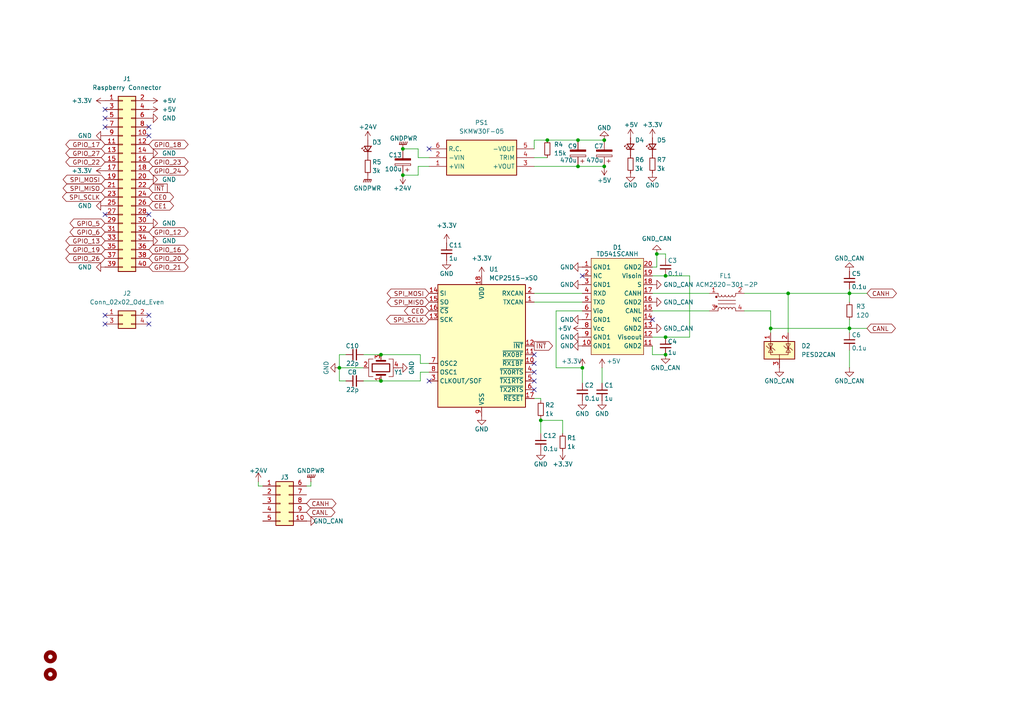
<source format=kicad_sch>
(kicad_sch (version 20231120) (generator "eeschema") (generator_version "8.0")
  (paper "A4")
  (lib_symbols
    (symbol "Connector_Generic:Conn_02x02_Odd_Even" (pin_names (offset 1.016) hide)
      (property "Reference" "J" (at 1.27 2.54 0))
      (property "Value" "Conn_02x02_Odd_Even" (at 1.27 -5.08 0))
      (symbol "Conn_02x02_Odd_Even_1_1"
        (pin passive line (at -5.08 0 0) (length 3.81) (name "Pin_1") (number "1"))
        (pin passive line (at 7.62 0 180) (length 3.81) (name "Pin_2") (number "2"))
        (pin passive line (at -5.08 -2.54 0) (length 3.81) (name "Pin_3") (number "3"))
        (pin passive line (at 7.62 -2.54 180) (length 3.81) (name "Pin_4") (number "4"))
      )
    )
    (symbol "Connector_Generic:Conn_02x05_Top_Bottom" (pin_names (offset 1.016) hide)
      (property "Reference" "J" (at 1.27 7.62 0))
      (property "Value" "Conn_02x05_Top_Bottom" (at 1.27 -7.62 0))
      (symbol "Conn_02x05_Top_Bottom_1_1"
        (pin passive line (at -5.08 5.08 0) (length 3.81) (name "Pin_1") (number "1"))
        (pin passive line (at 7.62 -5.08 180) (length 3.81) (name "Pin_10") (number "10"))
        (pin passive line (at -5.08 2.54 0) (length 3.81) (name "Pin_2") (number "2"))
        (pin passive line (at -5.08 0 0) (length 3.81) (name "Pin_3") (number "3"))
        (pin passive line (at -5.08 -2.54 0) (length 3.81) (name "Pin_4") (number "4"))
        (pin passive line (at -5.08 -5.08 0) (length 3.81) (name "Pin_5") (number "5"))
        (pin passive line (at 7.62 5.08 180) (length 3.81) (name "Pin_6") (number "6"))
        (pin passive line (at 7.62 2.54 180) (length 3.81) (name "Pin_7") (number "7"))
        (pin passive line (at 7.62 0 180) (length 3.81) (name "Pin_8") (number "8"))
        (pin passive line (at 7.62 -2.54 180) (length 3.81) (name "Pin_9") (number "9"))
      )
    )
    (symbol "Connector_Generic:Conn_02x20_Odd_Even" (pin_names (offset 1.016) hide)
      (property "Reference" "J" (at 1.27 25.4 0))
      (property "Value" "Conn_02x20_Odd_Even" (at 1.27 -27.94 0))
      (symbol "Conn_02x20_Odd_Even_1_1"
        (pin passive line (at -5.08 22.86 0) (length 3.81) (name "Pin_1") (number "1"))
        (pin passive line (at 7.62 12.7 180) (length 3.81) (name "Pin_10") (number "10"))
        (pin passive line (at -5.08 10.16 0) (length 3.81) (name "Pin_11") (number "11"))
        (pin passive line (at 7.62 10.16 180) (length 3.81) (name "Pin_12") (number "12"))
        (pin passive line (at -5.08 7.62 0) (length 3.81) (name "Pin_13") (number "13"))
        (pin passive line (at 7.62 7.62 180) (length 3.81) (name "Pin_14") (number "14"))
        (pin passive line (at -5.08 5.08 0) (length 3.81) (name "Pin_15") (number "15"))
        (pin passive line (at 7.62 5.08 180) (length 3.81) (name "Pin_16") (number "16"))
        (pin passive line (at -5.08 2.54 0) (length 3.81) (name "Pin_17") (number "17"))
        (pin passive line (at 7.62 2.54 180) (length 3.81) (name "Pin_18") (number "18"))
        (pin passive line (at -5.08 0 0) (length 3.81) (name "Pin_19") (number "19"))
        (pin passive line (at 7.62 22.86 180) (length 3.81) (name "Pin_2") (number "2"))
        (pin passive line (at 7.62 0 180) (length 3.81) (name "Pin_20") (number "20"))
        (pin passive line (at -5.08 -2.54 0) (length 3.81) (name "Pin_21") (number "21"))
        (pin passive line (at 7.62 -2.54 180) (length 3.81) (name "Pin_22") (number "22"))
        (pin passive line (at -5.08 -5.08 0) (length 3.81) (name "Pin_23") (number "23"))
        (pin passive line (at 7.62 -5.08 180) (length 3.81) (name "Pin_24") (number "24"))
        (pin passive line (at -5.08 -7.62 0) (length 3.81) (name "Pin_25") (number "25"))
        (pin passive line (at 7.62 -7.62 180) (length 3.81) (name "Pin_26") (number "26"))
        (pin passive line (at -5.08 -10.16 0) (length 3.81) (name "Pin_27") (number "27"))
        (pin passive line (at 7.62 -10.16 180) (length 3.81) (name "Pin_28") (number "28"))
        (pin passive line (at -5.08 -12.7 0) (length 3.81) (name "Pin_29") (number "29"))
        (pin passive line (at -5.08 20.32 0) (length 3.81) (name "Pin_3") (number "3"))
        (pin passive line (at 7.62 -12.7 180) (length 3.81) (name "Pin_30") (number "30"))
        (pin passive line (at -5.08 -15.24 0) (length 3.81) (name "Pin_31") (number "31"))
        (pin passive line (at 7.62 -15.24 180) (length 3.81) (name "Pin_32") (number "32"))
        (pin passive line (at -5.08 -17.78 0) (length 3.81) (name "Pin_33") (number "33"))
        (pin passive line (at 7.62 -17.78 180) (length 3.81) (name "Pin_34") (number "34"))
        (pin passive line (at -5.08 -20.32 0) (length 3.81) (name "Pin_35") (number "35"))
        (pin passive line (at 7.62 -20.32 180) (length 3.81) (name "Pin_36") (number "36"))
        (pin passive line (at -5.08 -22.86 0) (length 3.81) (name "Pin_37") (number "37"))
        (pin passive line (at 7.62 -22.86 180) (length 3.81) (name "Pin_38") (number "38"))
        (pin passive line (at -5.08 -25.4 0) (length 3.81) (name "Pin_39") (number "39"))
        (pin passive line (at 7.62 20.32 180) (length 3.81) (name "Pin_4") (number "4"))
        (pin passive line (at 7.62 -25.4 180) (length 3.81) (name "Pin_40") (number "40"))
        (pin passive line (at -5.08 17.78 0) (length 3.81) (name "Pin_5") (number "5"))
        (pin passive line (at 7.62 17.78 180) (length 3.81) (name "Pin_6") (number "6"))
        (pin passive line (at -5.08 15.24 0) (length 3.81) (name "Pin_7") (number "7"))
        (pin passive line (at 7.62 15.24 180) (length 3.81) (name "Pin_8") (number "8"))
        (pin passive line (at -5.08 12.7 0) (length 3.81) (name "Pin_9") (number "9"))
      )
    )
    (symbol "DCDC_My:SKMW30F-05"
      (property "Reference" "PS" (at -0.762 4.572 0))
      (property "Value" "SKMW30F-05" (at -4.572 2.286 0))
      (symbol "SKMW30F-05_1_1"
        (pin passive line (at -15.24 -7.62 0) (length 5.08) (name "+VIN") (number "1"))
        (pin passive line (at -15.24 -5.08 0) (length 5.08) (name "-VIN") (number "2"))
        (pin passive line (at 15.24 -7.62 180) (length 5.08) (name "+VOUT") (number "3"))
        (pin passive line (at 15.24 -5.08 180) (length 5.08) (name "TRIM") (number "4"))
        (pin passive line (at 15.24 -2.54 180) (length 5.08) (name "-VOUT") (number "5"))
        (pin passive line (at -15.24 -2.54 0) (length 5.08) (name "R.C.") (number "6"))
      )
    )
    (symbol "Device:C_Polarized" (pin_numbers hide) (pin_names (offset 0.254))
      (property "Reference" "C" (at 0.635 2.54 0))
      (property "Value" "C_Polarized" (at 0.635 -2.54 0))
      (symbol "C_Polarized_1_1"
        (pin passive line (at 0 3.81 270) (length 2.794) (name "~") (number "1"))
        (pin passive line (at 0 -3.81 90) (length 2.794) (name "~") (number "2"))
      )
    )
    (symbol "Device:C_Small" (pin_numbers hide) (pin_names (offset 0.254) hide)
      (property "Reference" "C" (at 0.254 1.778 0))
      (property "Value" "C_Small" (at 0.254 -2.032 0))
      (symbol "C_Small_1_1"
        (pin passive line (at 0 2.54 270) (length 2.032) (name "~") (number "1"))
        (pin passive line (at 0 -2.54 90) (length 2.032) (name "~") (number "2"))
      )
    )
    (symbol "Device:Crystal_GND24" (pin_names (offset 1.016) hide)
      (property "Reference" "Y" (at 3.175 5.08 0))
      (property "Value" "Crystal_GND24" (at 3.175 3.175 0))
      (symbol "Crystal_GND24_1_1"
        (pin passive line (at -3.81 0 0) (length 1.27) (name "1") (number "1"))
        (pin passive line (at 0 5.08 270) (length 1.27) (name "2") (number "2"))
        (pin passive line (at 3.81 0 180) (length 1.27) (name "3") (number "3"))
        (pin passive line (at 0 -5.08 90) (length 1.27) (name "4") (number "4"))
      )
    )
    (symbol "Device:Filter_EMI_CommonMode" (pin_names (offset 0.254) hide)
      (property "Reference" "FL" (at 0 4.445 0))
      (property "Value" "Filter_EMI_CommonMode" (at 0 -4.445 0))
      (symbol "Filter_EMI_CommonMode_1_1"
        (pin passive line (at -5.08 2.54 0) (length 2.54) (name "1") (number "1"))
        (pin passive line (at 5.08 2.54 180) (length 2.54) (name "2") (number "2"))
        (pin passive line (at -5.08 -2.54 0) (length 2.54) (name "3") (number "3"))
        (pin passive line (at 5.08 -2.54 180) (length 2.54) (name "4") (number "4"))
      )
    )
    (symbol "Device:LED_Small" (pin_numbers hide) (pin_names (offset 0.254) hide)
      (property "Reference" "D" (at -1.27 3.175 0))
      (property "Value" "LED_Small" (at -4.445 -2.54 0))
      (symbol "LED_Small_1_1"
        (pin passive line (at -2.54 0 0) (length 1.778) (name "K") (number "1"))
        (pin passive line (at 2.54 0 180) (length 1.778) (name "A") (number "2"))
      )
    )
    (symbol "Device:R_Small" (pin_numbers hide) (pin_names (offset 0.254) hide)
      (property "Reference" "R" (at 0.762 0.508 0))
      (property "Value" "R_Small" (at 0.762 -1.016 0))
      (symbol "R_Small_1_1"
        (pin passive line (at 0 2.54 270) (length 0.762) (name "~") (number "1"))
        (pin passive line (at 0 -2.54 90) (length 0.762) (name "~") (number "2"))
      )
    )
    (symbol "Interface_CAN_LIN:MCP2515-xSO"
      (property "Reference" "U" (at -10.16 19.685 0))
      (property "Value" "MCP2515-xSO" (at 19.05 20.32 0))
      (symbol "MCP2515-xSO_1_1"
        (pin output line (at 15.24 12.7 180) (length 2.54) (name "TXCAN") (number "1"))
        (pin output line (at 15.24 -5.08 180) (length 2.54) (name "~{RX1BF}") (number "10"))
        (pin output line (at 15.24 -2.54 180) (length 2.54) (name "~{RX0BF}") (number "11"))
        (pin output line (at 15.24 0 180) (length 2.54) (name "~{INT}") (number "12"))
        (pin input line (at -15.24 7.62 0) (length 2.54) (name "SCK") (number "13"))
        (pin input line (at -15.24 15.24 0) (length 2.54) (name "SI") (number "14"))
        (pin output line (at -15.24 12.7 0) (length 2.54) (name "SO") (number "15"))
        (pin input line (at -15.24 10.16 0) (length 2.54) (name "~{CS}") (number "16"))
        (pin input line (at 15.24 -15.24 180) (length 2.54) (name "~{RESET}") (number "17"))
        (pin power_in line (at 0 20.32 270) (length 2.54) (name "VDD") (number "18"))
        (pin input line (at 15.24 15.24 180) (length 2.54) (name "RXCAN") (number "2"))
        (pin output line (at -15.24 -10.16 0) (length 2.54) (name "CLKOUT/SOF") (number "3"))
        (pin input line (at 15.24 -7.62 180) (length 2.54) (name "~{TX0RTS}") (number "4"))
        (pin input line (at 15.24 -10.16 180) (length 2.54) (name "~{TX1RTS}") (number "5"))
        (pin input line (at 15.24 -12.7 180) (length 2.54) (name "~{TX2RTS}") (number "6"))
        (pin output line (at -15.24 -5.08 0) (length 2.54) (name "OSC2") (number "7"))
        (pin input line (at -15.24 -7.62 0) (length 2.54) (name "OSC1") (number "8"))
        (pin power_in line (at 0 -20.32 90) (length 2.54) (name "VSS") (number "9"))
      )
    )
    (symbol "Mechanical:MountingHole" (pin_names (offset 1.016)) (exclude_from_sim yes) (in_bom no)
      (property "Reference" "H" (at 0 5.08 0))
      (property "Value" "MountingHole" (at 0 3.175 0))
    )
    (symbol "Mornsun_My:TD541SCANH"
      (property "Reference" "D" (at 0 3.302 0))
      (symbol "TD541SCANH_1_1"
        (pin input line (at -10.16 -2.54 0) (length 2.54) (name "GND1") (number "1"))
        (pin input line (at -10.16 -25.4 0) (length 2.54) (name "GND1") (number "10"))
        (pin input line (at 10.16 -25.4 180) (length 2.54) (name "GND2") (number "11"))
        (pin input line (at 10.16 -22.86 180) (length 2.54) (name "Visoout") (number "12"))
        (pin input line (at 10.16 -20.32 180) (length 2.54) (name "GND2") (number "13"))
        (pin input line (at 10.16 -17.78 180) (length 2.54) (name "NC") (number "14"))
        (pin input line (at 10.16 -15.24 180) (length 2.54) (name "CANL") (number "15"))
        (pin input line (at 10.16 -12.7 180) (length 2.54) (name "GND2") (number "16"))
        (pin input line (at 10.16 -10.16 180) (length 2.54) (name "CANH") (number "17"))
        (pin input line (at 10.16 -7.62 180) (length 2.54) (name "S") (number "18"))
        (pin input line (at 10.16 -5.08 180) (length 2.54) (name "Visoin") (number "19"))
        (pin input line (at -10.16 -5.08 0) (length 2.54) (name "NC") (number "2"))
        (pin input line (at 10.16 -2.54 180) (length 2.54) (name "GND2") (number "20"))
        (pin input line (at -10.16 -7.62 0) (length 2.54) (name "GND1") (number "3"))
        (pin input line (at -10.16 -10.16 0) (length 2.54) (name "RXD") (number "4"))
        (pin input line (at -10.16 -12.7 0) (length 2.54) (name "TXD") (number "5"))
        (pin input line (at -10.16 -15.24 0) (length 2.54) (name "Vio") (number "6"))
        (pin input line (at -10.16 -17.78 0) (length 2.54) (name "GND1") (number "7"))
        (pin input line (at -10.16 -20.32 0) (length 2.54) (name "Vcc") (number "8"))
        (pin input line (at -10.16 -22.86 0) (length 2.54) (name "GND1") (number "9"))
      )
    )
    (symbol "Power_My:GND_CAN" (power) (pin_numbers hide) (pin_names (offset 0) hide)
      (property "Value" "GND_CAN" (at 0 -3.556 0))
      (symbol "GND_CAN_1_1"
        (pin power_in line (at 0 0 270) (length 0) (name "~") (number "1"))
      )
    )
    (symbol "Power_Protection:NUP2105L" (pin_names hide)
      (property "Reference" "D" (at 5.715 2.54 0))
      (property "Value" "NUP2105L" (at 5.715 0.635 0))
      (symbol "NUP2105L_0_0"
        (pin passive line (at 0 -5.08 90) (length 2.54) (name "A") (number "3"))
      )
      (symbol "NUP2105L_1_1"
        (pin passive line (at -2.54 5.08 270) (length 2.54) (name "K") (number "1"))
        (pin passive line (at 2.54 5.08 270) (length 2.54) (name "K") (number "2"))
      )
    )
    (symbol "power:+24V" (power) (pin_numbers hide) (pin_names (offset 0) hide)
      (property "Value" "+24V" (at 0 3.556 0))
      (symbol "+24V_1_1"
        (pin power_in line (at 0 0 90) (length 0) (name "~") (number "1"))
      )
    )
    (symbol "power:+3.3V" (power) (pin_numbers hide) (pin_names (offset 0) hide)
      (property "Value" "+3.3V" (at 0 3.556 0))
      (symbol "+3.3V_1_1"
        (pin power_in line (at 0 0 90) (length 0) (name "~") (number "1"))
      )
    )
    (symbol "power:+5V" (power) (pin_numbers hide) (pin_names (offset 0) hide)
      (property "Value" "+5V" (at 0 3.556 0))
      (symbol "+5V_1_1"
        (pin power_in line (at 0 0 90) (length 0) (name "~") (number "1"))
      )
    )
    (symbol "power:GND" (power) (pin_numbers hide) (pin_names (offset 0) hide)
      (property "Value" "GND" (at 0 -3.81 0))
      (symbol "GND_1_1"
        (pin power_in line (at 0 0 270) (length 0) (name "~") (number "1"))
      )
    )
    (symbol "power:GNDPWR" (power) (pin_numbers hide) (pin_names (offset 0) hide)
      (property "Value" "GNDPWR" (at 0 -3.302 0))
      (symbol "GNDPWR_1_1"
        (pin power_in line (at 0 0 270) (length 0) (name "~") (number "1"))
      )
    )
  )
  (junction (at 190.5 73.66))
  (junction (at 156.845 121.92))
  (junction (at 223.52 95.25))
  (junction (at 246.38 95.25))
  (junction (at 193.04 80.01))
  (junction (at 167.64 48.26))
  (junction (at 193.04 102.87))
  (junction (at 110.49 102.87))
  (junction (at 167.64 40.64))
  (junction (at 116.84 50.8))
  (junction (at 168.91 106.68))
  (junction (at 246.38 85.09))
  (junction (at 228.6 85.09))
  (junction (at 116.84 43.18))
  (junction (at 158.75 40.64))
  (junction (at 110.49 110.49))
  (junction (at 175.26 48.26))
  (junction (at 98.425 106.68))
  (junction (at 175.26 40.64))
  (junction (at 193.04 97.79))
  (no_connect (at 30.48 93.98))
  (no_connect (at 168.91 80.01))
  (no_connect (at 30.48 36.83))
  (no_connect (at 43.18 36.83))
  (no_connect (at 154.94 113.03))
  (no_connect (at 30.48 34.29))
  (no_connect (at 189.23 92.71))
  (no_connect (at 124.46 43.18))
  (no_connect (at 154.94 110.49))
  (no_connect (at 43.18 62.23))
  (no_connect (at 154.94 107.95))
  (no_connect (at 154.94 102.87))
  (no_connect (at 30.48 91.44))
  (no_connect (at 43.18 91.44))
  (no_connect (at 154.94 105.41))
  (no_connect (at 43.18 93.98))
  (no_connect (at 124.46 110.49))
  (no_connect (at 30.48 31.75))
  (no_connect (at 43.18 39.37))
  (no_connect (at 30.48 62.23))
  (wire (pts (xy 154.94 87.63) (xy 168.91 87.63)))
  (wire (pts (xy 121.92 105.41) (xy 124.46 105.41)))
  (wire (pts (xy 189.23 80.01) (xy 193.04 80.01)))
  (wire (pts (xy 215.9 85.09) (xy 228.6 85.09)))
  (wire (pts (xy 193.04 80.01) (xy 200.025 80.01)))
  (wire (pts (xy 121.285 50.8) (xy 121.285 48.26)))
  (wire (pts (xy 174.625 106.68) (xy 174.625 111.125)))
  (wire (pts (xy 105.41 102.87) (xy 110.49 102.87)))
  (wire (pts (xy 98.425 110.49) (xy 100.33 110.49)))
  (wire (pts (xy 190.5 73.66) (xy 193.04 73.66)))
  (wire (pts (xy 121.285 48.26) (xy 124.46 48.26)))
  (wire (pts (xy 167.64 48.26) (xy 175.26 48.26)))
  (wire (pts (xy 154.94 45.72) (xy 158.75 45.72)))
  (wire (pts (xy 163.195 121.92) (xy 163.195 125.73)))
  (wire (pts (xy 189.23 85.09) (xy 205.74 85.09)))
  (wire (pts (xy 116.84 50.8) (xy 121.285 50.8)))
  (wire (pts (xy 121.92 102.87) (xy 121.92 105.41)))
  (wire (pts (xy 246.38 96.52) (xy 246.38 95.25)))
  (wire (pts (xy 156.845 115.57) (xy 156.845 116.205)))
  (wire (pts (xy 100.33 102.87) (xy 98.425 102.87)))
  (wire (pts (xy 190.5 77.47) (xy 190.5 73.66)))
  (wire (pts (xy 74.93 139.7) (xy 74.93 140.97)))
  (wire (pts (xy 158.75 40.64) (xy 167.64 40.64)))
  (wire (pts (xy 193.04 97.79) (xy 200.025 97.79)))
  (wire (pts (xy 74.93 140.97) (xy 76.2 140.97)))
  (wire (pts (xy 121.92 107.95) (xy 121.92 110.49)))
  (wire (pts (xy 110.49 102.87) (xy 121.92 102.87)))
  (wire (pts (xy 154.94 48.26) (xy 167.64 48.26)))
  (wire (pts (xy 228.6 85.09) (xy 246.38 85.09)))
  (wire (pts (xy 251.46 85.09) (xy 246.38 85.09)))
  (wire (pts (xy 90.17 139.7) (xy 90.17 140.97)))
  (wire (pts (xy 193.04 97.79) (xy 189.23 97.79)))
  (wire (pts (xy 90.17 140.97) (xy 88.9 140.97)))
  (wire (pts (xy 223.52 90.17) (xy 223.52 95.25)))
  (wire (pts (xy 246.38 83.82) (xy 246.38 85.09)))
  (wire (pts (xy 161.29 106.68) (xy 168.91 106.68)))
  (wire (pts (xy 156.845 121.92) (xy 163.195 121.92)))
  (wire (pts (xy 215.9 90.17) (xy 223.52 90.17)))
  (wire (pts (xy 228.6 85.09) (xy 228.6 96.52)))
  (wire (pts (xy 251.46 95.25) (xy 246.38 95.25)))
  (wire (pts (xy 189.23 100.33) (xy 189.23 102.87)))
  (wire (pts (xy 98.425 106.68) (xy 105.41 106.68)))
  (wire (pts (xy 105.41 110.49) (xy 110.49 110.49)))
  (wire (pts (xy 168.91 90.17) (xy 161.29 90.17)))
  (wire (pts (xy 223.52 95.25) (xy 246.38 95.25)))
  (wire (pts (xy 154.94 115.57) (xy 156.845 115.57)))
  (wire (pts (xy 189.23 90.17) (xy 205.74 90.17)))
  (wire (pts (xy 98.425 102.87) (xy 98.425 106.68)))
  (wire (pts (xy 193.04 73.66) (xy 193.04 74.93)))
  (wire (pts (xy 121.285 43.18) (xy 121.285 45.72)))
  (wire (pts (xy 246.38 95.25) (xy 246.38 92.71)))
  (wire (pts (xy 154.94 43.18) (xy 154.94 40.64)))
  (wire (pts (xy 154.94 85.09) (xy 168.91 85.09)))
  (wire (pts (xy 200.025 80.01) (xy 200.025 97.79)))
  (wire (pts (xy 168.91 106.68) (xy 168.91 111.125)))
  (wire (pts (xy 161.29 90.17) (xy 161.29 106.68)))
  (wire (pts (xy 154.94 40.64) (xy 158.75 40.64)))
  (wire (pts (xy 116.84 43.18) (xy 121.285 43.18)))
  (wire (pts (xy 98.425 106.68) (xy 98.425 110.49)))
  (wire (pts (xy 156.845 121.285) (xy 156.845 121.92)))
  (wire (pts (xy 189.23 77.47) (xy 190.5 77.47)))
  (wire (pts (xy 156.845 121.92) (xy 156.845 125.73)))
  (wire (pts (xy 189.23 102.87) (xy 193.04 102.87)))
  (wire (pts (xy 121.285 45.72) (xy 124.46 45.72)))
  (wire (pts (xy 121.92 110.49) (xy 110.49 110.49)))
  (wire (pts (xy 246.38 85.09) (xy 246.38 87.63)))
  (wire (pts (xy 121.92 107.95) (xy 124.46 107.95)))
  (wire (pts (xy 223.52 95.25) (xy 223.52 96.52)))
  (wire (pts (xy 246.38 106.68) (xy 246.38 101.6)))
  (wire (pts (xy 167.64 40.64) (xy 175.26 40.64)))
  (global_label "SPI_MISO" (shape bidirectional) (at 30.48 54.61 180) (property "Intersheetrefs" "${INTERSHEET_REFS}" (effects (hide yes))))
  (global_label "~{INT}" (shape input) (at 43.18 54.61 0) (property "Intersheetrefs" "${INTERSHEET_REFS}" (effects (hide yes))))
  (global_label "GPIO_22" (shape bidirectional) (at 30.48 46.99 180) (property "Intersheetrefs" "${INTERSHEET_REFS}" (effects (hide yes))))
  (global_label "GPIO_6" (shape bidirectional) (at 30.48 67.31 180) (property "Intersheetrefs" "${INTERSHEET_REFS}" (effects (hide yes))))
  (global_label "GPIO_12" (shape bidirectional) (at 43.18 67.31 0) (property "Intersheetrefs" "${INTERSHEET_REFS}" (effects (hide yes))))
  (global_label "CANH" (shape bidirectional) (at 251.46 85.09 0) (property "Intersheetrefs" "${INTERSHEET_REFS}" (effects (hide yes))))
  (global_label "CANL" (shape bidirectional) (at 251.46 95.25 0) (property "Intersheetrefs" "${INTERSHEET_REFS}" (effects (hide yes))))
  (global_label "GPIO_24" (shape bidirectional) (at 43.18 49.53 0) (property "Intersheetrefs" "${INTERSHEET_REFS}" (effects (hide yes))))
  (global_label "GPIO_13" (shape bidirectional) (at 30.48 69.85 180) (property "Intersheetrefs" "${INTERSHEET_REFS}" (effects (hide yes))))
  (global_label "CE0" (shape bidirectional) (at 43.18 57.15 0) (property "Intersheetrefs" "${INTERSHEET_REFS}" (effects (hide yes))))
  (global_label "GPIO_20" (shape bidirectional) (at 43.18 74.93 0) (property "Intersheetrefs" "${INTERSHEET_REFS}" (effects (hide yes))))
  (global_label "CANL" (shape bidirectional) (at 88.9 148.59 0) (property "Intersheetrefs" "${INTERSHEET_REFS}" (effects (hide yes))))
  (global_label "GPIO_16" (shape bidirectional) (at 43.18 72.39 0) (property "Intersheetrefs" "${INTERSHEET_REFS}" (effects (hide yes))))
  (global_label "SPI_MISO" (shape bidirectional) (at 124.46 87.63 180) (property "Intersheetrefs" "${INTERSHEET_REFS}" (effects (hide yes))))
  (global_label "GPIO_17" (shape bidirectional) (at 30.48 41.91 180) (property "Intersheetrefs" "${INTERSHEET_REFS}" (effects (hide yes))))
  (global_label "CANH" (shape bidirectional) (at 88.9 146.05 0) (property "Intersheetrefs" "${INTERSHEET_REFS}" (effects (hide yes))))
  (global_label "CE0" (shape bidirectional) (at 124.46 90.17 180) (property "Intersheetrefs" "${INTERSHEET_REFS}" (effects (hide yes))))
  (global_label "GPIO_19" (shape bidirectional) (at 30.48 72.39 180) (property "Intersheetrefs" "${INTERSHEET_REFS}" (effects (hide yes))))
  (global_label "CE1" (shape bidirectional) (at 43.18 59.69 0) (property "Intersheetrefs" "${INTERSHEET_REFS}" (effects (hide yes))))
  (global_label "GPIO_27" (shape bidirectional) (at 30.48 44.45 180) (property "Intersheetrefs" "${INTERSHEET_REFS}" (effects (hide yes))))
  (global_label "GPIO_5" (shape bidirectional) (at 30.48 64.77 180) (property "Intersheetrefs" "${INTERSHEET_REFS}" (effects (hide yes))))
  (global_label "SPI_SCLK" (shape bidirectional) (at 30.48 57.15 180) (property "Intersheetrefs" "${INTERSHEET_REFS}" (effects (hide yes))))
  (global_label "SPI_SCLK" (shape bidirectional) (at 124.46 92.71 180) (property "Intersheetrefs" "${INTERSHEET_REFS}" (effects (hide yes))))
  (global_label "SPI_MOSI" (shape bidirectional) (at 30.48 52.07 180) (property "Intersheetrefs" "${INTERSHEET_REFS}" (effects (hide yes))))
  (global_label "~{INT}" (shape output) (at 154.94 100.33 0) (property "Intersheetrefs" "${INTERSHEET_REFS}" (effects (hide yes))))
  (global_label "GPIO_26" (shape bidirectional) (at 30.48 74.93 180) (property "Intersheetrefs" "${INTERSHEET_REFS}" (effects (hide yes))))
  (global_label "GPIO_18" (shape bidirectional) (at 43.18 41.91 0) (property "Intersheetrefs" "${INTERSHEET_REFS}" (effects (hide yes))))
  (global_label "GPIO_23" (shape bidirectional) (at 43.18 46.99 0) (property "Intersheetrefs" "${INTERSHEET_REFS}" (effects (hide yes))))
  (global_label "SPI_MOSI" (shape bidirectional) (at 124.46 85.09 180) (property "Intersheetrefs" "${INTERSHEET_REFS}" (effects (hide yes))))
  (global_label "GPIO_21" (shape bidirectional) (at 43.18 77.47 0) (property "Intersheetrefs" "${INTERSHEET_REFS}" (effects (hide yes))))
  (symbol (lib_id "Power_My:GND_CAN") (at 193.04 102.87 0) (unit 1)
    (property "Reference" "#PWR024" (effects (hide yes)))
    (property "Value" "GND_CAN" (at 193.04 106.68 0))
    (property "Description" "Power symbol creates a global label with name \"GND_CAN\" , ground" (effects (hide yes)))
  )
  (symbol (lib_id "Device:C_Small") (at 193.04 77.47 0) (unit 1)
    (property "Reference" "C3" (at 193.675 75.565 0) (effects (justify left)))
    (property "Value" "0.1u" (at 193.675 79.375 0) (effects (justify left)))
    (property "Footprint" "Capacitor_SMD:C_0805_2012Metric_Pad1.18x1.45mm_HandSolder" (effects (hide yes)))
    (property "Description" "Unpolarized capacitor, small symbol" (effects (hide yes)))
  )
  (symbol (lib_id "Power_My:GND_CAN") (at 246.38 106.68 0) (unit 1)
    (property "Reference" "#PWR030" (effects (hide yes)))
    (property "Value" "GND_CAN" (at 246.38 110.49 0))
    (property "Description" "Power symbol creates a global label with name \"GND_CAN\" , ground" (effects (hide yes)))
  )
  (symbol (lib_id "Device:C_Small") (at 246.38 81.28 0) (unit 1)
    (property "Reference" "C5" (at 247.015 79.375 0) (effects (justify left)))
    (property "Value" "0.1u" (at 247.015 83.185 0) (effects (justify left)))
    (property "Footprint" "Capacitor_SMD:C_0805_2012Metric_Pad1.18x1.45mm_HandSolder" (effects (hide yes)))
    (property "Description" "Unpolarized capacitor, small symbol" (effects (hide yes)))
  )
  (symbol (lib_id "power:GND") (at 139.7 120.65 0) (unit 1)
    (property "Reference" "#PWR02" (effects (hide yes)))
    (property "Value" "GND" (at 139.7 124.46 0))
    (property "Description" "Power symbol creates a global label with name \"GND\" , ground" (effects (hide yes)))
  )
  (symbol (lib_id "power:GNDPWR") (at 106.68 50.8 0) (unit 1)
    (property "Reference" "#PWR046" (effects (hide yes)))
    (property "Value" "GNDPWR" (at 106.553 54.61 0))
    (property "Description" "Power symbol creates a global label with name \"GNDPWR\" , global ground" (effects (hide yes)))
  )
  (symbol (lib_id "power:GND") (at 168.91 82.55 270) (unit 1)
    (property "Reference" "#PWR019" (effects (hide yes)))
    (property "Value" "GND" (at 164.465 82.55 90))
    (property "Description" "Power symbol creates a global label with name \"GND\" , ground" (effects (hide yes)))
  )
  (symbol (lib_id "power:+3.3V") (at 168.91 106.68 0) (unit 1)
    (property "Reference" "#PWR021" (effects (hide yes)))
    (property "Value" "+3.3V" (at 165.735 104.775 0))
    (property "Description" "Power symbol creates a global label with name \"+3.3V\"" (effects (hide yes)))
  )
  (symbol (lib_id "Interface_CAN_LIN:MCP2515-xSO") (at 139.7 100.33 0) (unit 1)
    (property "Reference" "U1" (at 141.8646 78.105 0) (effects (justify left)))
    (property "Value" "MCP2515-xSO" (at 141.8646 80.645 0) (effects (justify left)))
    (property "Footprint" "Package_SO:SOIC-18W_7.5x11.6mm_P1.27mm" (effects (hide yes)))
    (property "Datasheet" "http://ww1.microchip.com/downloads/en/DeviceDoc/21801e.pdf" (effects (hide yes)))
    (property "Description" "Stand-Alone CAN Controller with SPI Interface, SOIC-18" (effects (hide yes)))
    (property "Name" "MCP2515-I/SO" (effects (hide yes)))
  )
  (symbol (lib_id "power:+3.3V") (at 139.7 80.01 0) (unit 1)
    (property "Reference" "#PWR04" (effects (hide yes)))
    (property "Value" "+3.3V" (at 139.7 74.93 0))
    (property "Description" "Power symbol creates a global label with name \"+3.3V\"" (effects (hide yes)))
  )
  (symbol (lib_id "Power_My:GND_CAN") (at 189.23 82.55 90) (unit 1)
    (property "Reference" "#PWR028" (effects (hide yes)))
    (property "Value" "GND_CAN" (at 192.405 82.55 90) (effects (justify right)))
    (property "Description" "Power symbol creates a global label with name \"GND_CAN\" , ground" (effects (hide yes)))
  )
  (symbol (lib_id "DCDC_My:SKMW30F-05") (at 139.7 40.64 0) (unit 1)
    (property "Reference" "PS1" (at 139.7 35.56 0))
    (property "Value" "SKMW30F-05" (at 139.7 38.1 0))
    (property "Footprint" "DCDC_My:SKMW30G12" (effects (hide yes)))
    (property "Datasheet" "https://datasheet.datasheetarchive.com/originals/distributors/DKDS-2/37030.pdf" (effects (hide yes)))
    (property "Description" "Isolated DC/DC Converters 9-36Vin 5Vout 6000mA DIP Iso Reg" (effects (hide yes)))
    (property "Height" "10.2" (effects (hide yes)))
    (property "Manufacturer_Name" "Mean Well" (effects (hide yes)))
    (property "Manufacturer_Part_Number" "SKMW30F-05" (effects (hide yes)))
    (property "Mouser Part Number" "709-SKMW30F-05" (effects (hide yes)))
    (property "Mouser Price/Stock" "https://www.mouser.co.uk/ProductDetail/MEAN-WELL/SKMW30F-05?qs=5aG0NVq1C4wXgR0AOGadKw%3D%3D" (effects (hide yes)))
    (property "Arrow Part Number" "SKMW30F-05" (effects (hide yes)))
    (property "Arrow Price/Stock" "https://www.arrow.com/en/products/skmw30f-05/mean-well-enterprises" (effects (hide yes)))
    (property "Name" "SKMW30F-05" (effects (hide yes)))
  )
  (symbol (lib_id "power:GND") (at 43.18 44.45 90) (unit 1)
    (property "Reference" "#PWR07" (effects (hide yes)))
    (property "Value" "GND" (at 46.99 44.45 90) (effects (justify right)))
    (property "Description" "Power symbol creates a global label with name \"GND\" , ground" (effects (hide yes)))
  )
  (symbol (lib_id "Mechanical:MountingHole") (at 14.605 195.58 0) (unit 1) (exclude_from_sim yes) (in_bom no)
    (property "Reference" "H5" (effects (hide yes)))
    (property "Value" "MountingHole" (effects (hide yes)))
    (property "Footprint" "MountingHole:MountingHole_3.2mm_M3" (effects (hide yes)))
    (property "Description" "Mounting Hole without connection" (effects (hide yes)))
  )
  (symbol (lib_id "power:GND") (at 189.23 50.165 0) (unit 1)
    (property "Reference" "#PWR051" (effects (hide yes)))
    (property "Value" "GND" (at 189.23 53.721 0))
    (property "Description" "Power symbol creates a global label with name \"GND\" , ground" (effects (hide yes)))
  )
  (symbol (lib_id "power:GND") (at 168.91 92.71 270) (unit 1)
    (property "Reference" "#PWR018" (effects (hide yes)))
    (property "Value" "GND" (at 164.465 92.71 90))
    (property "Description" "Power symbol creates a global label with name \"GND\" , ground" (effects (hide yes)))
  )
  (symbol (lib_id "power:GND") (at 30.48 77.47 270) (unit 1)
    (property "Reference" "#PWR014" (effects (hide yes)))
    (property "Value" "GND" (at 26.67 77.47 90) (effects (justify right)))
    (property "Description" "Power symbol creates a global label with name \"GND\" , ground" (effects (hide yes)))
  )
  (symbol (lib_id "Device:Filter_EMI_CommonMode") (at 210.82 87.63 0) (unit 1)
    (property "Reference" "FL1" (at 210.439 80.01 0))
    (property "Value" "ACM2520-301-2P" (at 210.82 82.55 0))
    (property "Footprint" "Filter_My:ACM25201022PT002" (effects (hide yes)))
    (property "Datasheet" "https://www.chipdip.ru/product0/8032947276" (effects (hide yes)))
    (property "Description" "EMI 2-inductor common mode filter" (effects (hide yes)))
    (property "Name" "ACM2520-301-2P" (effects (hide yes)))
  )
  (symbol (lib_id "Device:C_Polarized") (at 116.84 46.99 180) (unit 1)
    (property "Reference" "C13" (at 116.586 44.958 0) (effects (justify left)))
    (property "Value" "100u" (at 116.586 49.022 0) (effects (justify left)))
    (property "Footprint" "Capacitor_SMD:CP_Elec_10x10" (effects (hide yes)))
    (property "Datasheet" "https://www.chipdip.ru/product0/8001779262" (effects (hide yes)))
    (property "Description" "Polarized capacitor" (effects (hide yes)))
    (property "Name" "EEHZA1H101P" (effects (hide yes)))
  )
  (symbol (lib_id "power:+3.3V") (at 189.23 40.005 0) (unit 1)
    (property "Reference" "#PWR050" (effects (hide yes)))
    (property "Value" "+3.3V" (at 189.23 36.195 0))
    (property "Description" "Power symbol creates a global label with name \"+3.3V\"" (effects (hide yes)))
  )
  (symbol (lib_id "power:+5V") (at 168.91 95.25 90) (unit 1)
    (property "Reference" "#PWR029" (effects (hide yes)))
    (property "Value" "+5V" (at 165.735 95.25 90) (effects (justify left)))
    (property "Description" "Power symbol creates a global label with name \"+5V\"" (effects (hide yes)))
  )
  (symbol (lib_id "Device:R_Small") (at 156.845 118.745 0) (unit 1)
    (property "Reference" "R2" (at 158.115 117.475 0) (effects (justify left)))
    (property "Value" "1k" (at 158.115 120.015 0) (effects (justify left)))
    (property "Footprint" "Resistor_SMD:R_0805_2012Metric_Pad1.20x1.40mm_HandSolder" (effects (hide yes)))
    (property "Description" "Resistor, small symbol" (effects (hide yes)))
  )
  (symbol (lib_id "power:GNDPWR") (at 116.84 43.18 180) (unit 1)
    (property "Reference" "#PWR041" (effects (hide yes)))
    (property "Value" "GNDPWR" (at 113.03 40.132 0) (effects (justify right)))
    (property "Description" "Power symbol creates a global label with name \"GNDPWR\" , global ground" (effects (hide yes)))
  )
  (symbol (lib_id "Device:C_Small") (at 129.54 73.025 0) (unit 1)
    (property "Reference" "C11" (at 130.175 71.12 0) (effects (justify left)))
    (property "Value" "1u" (at 130.175 74.93 0) (effects (justify left)))
    (property "Footprint" "Capacitor_SMD:C_0805_2012Metric_Pad1.18x1.45mm_HandSolder" (effects (hide yes)))
    (property "Description" "Unpolarized capacitor, small symbol" (effects (hide yes)))
  )
  (symbol (lib_id "power:GND") (at 30.48 59.69 270) (unit 1)
    (property "Reference" "#PWR013" (effects (hide yes)))
    (property "Value" "GND" (at 26.67 59.69 90) (effects (justify right)))
    (property "Description" "Power symbol creates a global label with name \"GND\" , ground" (effects (hide yes)))
  )
  (symbol (lib_id "power:GND") (at 43.18 52.07 90) (unit 1)
    (property "Reference" "#PWR08" (effects (hide yes)))
    (property "Value" "GND" (at 46.99 52.07 90) (effects (justify right)))
    (property "Description" "Power symbol creates a global label with name \"GND\" , ground" (effects (hide yes)))
  )
  (symbol (lib_id "power:GND") (at 43.18 69.85 90) (unit 1)
    (property "Reference" "#PWR010" (effects (hide yes)))
    (property "Value" "GND" (at 46.99 69.85 90) (effects (justify right)))
    (property "Description" "Power symbol creates a global label with name \"GND\" , ground" (effects (hide yes)))
  )
  (symbol (lib_id "Connector_Generic:Conn_02x05_Top_Bottom") (at 81.28 146.05 0) (unit 1)
    (property "Reference" "J3" (at 82.55 138.43 0))
    (property "Value" "DS1073-01-2x5-MVT6" (effects (hide yes)))
    (property "Footprint" "Molex_My:MIni-Fit_02x05_Vertical" (effects (hide yes)))
    (property "Datasheet" "https://www.chipdip.ru/product/ds1073-01-2x5-mvt6-mf2x5ma" (effects (hide yes)))
    (property "Description" "Generic connector, double row, 02x05, top/bottom pin numbering scheme (row 1: 1...pins_per_row, row2: pins_per_row+1 ... num_pins), script generated (kicad-library-utils/schlib/autogen/connector/)" (effects (hide yes)))
    (property "Name" "DS1073-01-2x5-MVT6" (effects (hide yes)))
  )
  (symbol (lib_id "Device:C_Small") (at 102.87 110.49 90) (unit 1)
    (property "Reference" "C8" (at 103.505 107.95 90) (effects (justify left)))
    (property "Value" "22p" (at 104.14 113.03 90) (effects (justify left)))
    (property "Footprint" "Capacitor_SMD:C_0805_2012Metric_Pad1.18x1.45mm_HandSolder" (effects (hide yes)))
    (property "Description" "Unpolarized capacitor, small symbol" (effects (hide yes)))
  )
  (symbol (lib_id "Power_Protection:NUP2105L") (at 226.06 101.6 0) (unit 1)
    (property "Reference" "D2" (at 232.41 100.3299 0) (effects (justify left)))
    (property "Value" "PESD2CAN" (at 232.41 102.8699 0) (effects (justify left)))
    (property "Footprint" "Package_TO_SOT_SMD:SOT-23" (effects (hide yes)))
    (property "Datasheet" "https://www.chipdip.ru/product/pesd2can" (effects (hide yes)))
    (property "Description" "Dual Line CAN Bus Protector, 24Vrwm" (effects (hide yes)))
    (property "Name" "PESD2CAN" (effects (hide yes)))
  )
  (symbol (lib_id "power:GND") (at 43.18 34.29 90) (unit 1)
    (property "Reference" "#PWR06" (effects (hide yes)))
    (property "Value" "GND" (at 46.99 34.29 90) (effects (justify right)))
    (property "Description" "Power symbol creates a global label with name \"GND\" , ground" (effects (hide yes)))
  )
  (symbol (lib_id "power:+24V") (at 116.84 50.8 180) (unit 1)
    (property "Reference" "#PWR042" (effects (hide yes)))
    (property "Value" "+24V" (at 114.046 54.61 0) (effects (justify right)))
    (property "Description" "Power symbol creates a global label with name \"+24V\"" (effects (hide yes)))
  )
  (symbol (lib_id "power:+3.3V") (at 30.48 29.21 90) (unit 1)
    (property "Reference" "#PWR015" (effects (hide yes)))
    (property "Value" "+3.3V" (at 26.67 29.21 90) (effects (justify left)))
    (property "Description" "Power symbol creates a global label with name \"+3.3V\"" (effects (hide yes)))
  )
  (symbol (lib_id "power:GND") (at 98.425 106.68 270) (unit 1)
    (property "Reference" "#PWR036" (effects (hide yes)))
    (property "Value" "GND" (at 94.615 106.68 0))
    (property "Description" "Power symbol creates a global label with name \"GND\" , ground" (effects (hide yes)))
  )
  (symbol (lib_id "power:GND") (at 115.57 106.68 90) (unit 1)
    (property "Reference" "#PWR040" (effects (hide yes)))
    (property "Value" "GND" (at 119.38 106.68 0))
    (property "Description" "Power symbol creates a global label with name \"GND\" , ground" (effects (hide yes)))
  )
  (symbol (lib_id "power:GND") (at 175.26 40.64 180) (unit 1)
    (property "Reference" "#PWR034" (effects (hide yes)))
    (property "Value" "GND" (at 175.26 37.084 0))
    (property "Description" "Power symbol creates a global label with name \"GND\" , ground" (effects (hide yes)))
  )
  (symbol (lib_id "Device:C_Small") (at 156.845 128.27 0) (unit 1)
    (property "Reference" "C12" (at 157.48 126.365 0) (effects (justify left)))
    (property "Value" "0.1u" (at 157.48 130.175 0) (effects (justify left)))
    (property "Footprint" "Capacitor_SMD:C_0805_2012Metric_Pad1.18x1.45mm_HandSolder" (effects (hide yes)))
    (property "Description" "Unpolarized capacitor, small symbol" (effects (hide yes)))
  )
  (symbol (lib_id "power:+5V") (at 43.18 31.75 270) (unit 1)
    (property "Reference" "#PWR011" (effects (hide yes)))
    (property "Value" "+5V" (at 46.99 31.75 90) (effects (justify left)))
    (property "Description" "Power symbol creates a global label with name \"+5V\"" (effects (hide yes)))
  )
  (symbol (lib_id "Connector_Generic:Conn_02x20_Odd_Even") (at 35.56 52.07 0) (unit 1)
    (property "Reference" "J1" (at 36.83 22.86 0))
    (property "Value" "Raspberry Connector" (at 36.83 25.4 0))
    (property "Footprint" "Connector_PinSocket_2.54mm:PinSocket_2x20_P2.54mm_Vertical" (effects (hide yes)))
    (property "Datasheet" "https://www.chipdip.ru/product/pbd-20" (effects (hide yes)))
    (property "Description" "Generic connector, double row, 02x20, odd/even pin numbering scheme (row 1 odd numbers, row 2 even numbers), script generated (kicad-library-utils/schlib/autogen/connector/)" (effects (hide yes)))
    (property "Name" "PBD-20 (DS1023-2x10)" (effects (hide yes)))
  )
  (symbol (lib_id "power:GND") (at 156.845 130.81 0) (unit 1)
    (property "Reference" "#PWR038" (effects (hide yes)))
    (property "Value" "GND" (at 156.845 134.62 0))
    (property "Description" "Power symbol creates a global label with name \"GND\" , ground" (effects (hide yes)))
  )
  (symbol (lib_id "power:GND") (at 30.48 39.37 270) (unit 1)
    (property "Reference" "#PWR012" (effects (hide yes)))
    (property "Value" "GND" (at 26.67 39.37 90) (effects (justify right)))
    (property "Description" "Power symbol creates a global label with name \"GND\" , ground" (effects (hide yes)))
  )
  (symbol (lib_id "Device:C_Small") (at 193.04 100.33 0) (unit 1)
    (property "Reference" "C4" (at 193.675 99.06 0) (effects (justify left)))
    (property "Value" "1u" (at 193.675 102.235 0) (effects (justify left)))
    (property "Footprint" "Capacitor_SMD:C_0805_2012Metric_Pad1.18x1.45mm_HandSolder" (effects (hide yes)))
    (property "Description" "Unpolarized capacitor, small symbol" (effects (hide yes)))
  )
  (symbol (lib_id "Device:LED_Small") (at 182.88 42.545 90) (unit 1)
    (property "Reference" "D4" (at 184.15 40.64 90) (effects (justify right)))
    (property "Value" "LED_Small" (effects (hide yes)))
    (property "Footprint" "LED_SMD:LED_0805_2012Metric_Pad1.15x1.40mm_HandSolder" (effects (hide yes)))
    (property "Description" "Light emitting diode, small symbol" (effects (hide yes)))
  )
  (symbol (lib_id "power:+5V") (at 174.625 106.68 0) (unit 1)
    (property "Reference" "#PWR03" (effects (hide yes)))
    (property "Value" "+5V" (at 175.895 104.775 0) (effects (justify left)))
    (property "Description" "Power symbol creates a global label with name \"+5V\"" (effects (hide yes)))
  )
  (symbol (lib_id "power:+5V") (at 43.18 29.21 270) (unit 1)
    (property "Reference" "#PWR05" (effects (hide yes)))
    (property "Value" "+5V" (at 46.99 29.21 90) (effects (justify left)))
    (property "Description" "Power symbol creates a global label with name \"+5V\"" (effects (hide yes)))
  )
  (symbol (lib_id "Power_My:GND_CAN") (at 88.9 151.13 90) (unit 1)
    (property "Reference" "#PWR045" (effects (hide yes)))
    (property "Value" "GND_CAN" (at 95.25 151.13 90))
    (property "Description" "Power symbol creates a global label with name \"GND_CAN\" , ground" (effects (hide yes)))
  )
  (symbol (lib_id "Device:C_Small") (at 168.91 113.665 0) (unit 1)
    (property "Reference" "C2" (at 169.545 111.76 0) (effects (justify left)))
    (property "Value" "0.1u" (at 169.545 115.57 0) (effects (justify left)))
    (property "Footprint" "Capacitor_SMD:C_0805_2012Metric_Pad1.18x1.45mm_HandSolder" (effects (hide yes)))
    (property "Description" "Unpolarized capacitor, small symbol" (effects (hide yes)))
  )
  (symbol (lib_id "power:+24V") (at 74.93 139.7 0) (unit 1)
    (property "Reference" "#PWR043" (effects (hide yes)))
    (property "Value" "+24V" (at 74.93 136.525 0))
    (property "Description" "Power symbol creates a global label with name \"+24V\"" (effects (hide yes)))
  )
  (symbol (lib_id "power:GND") (at 43.18 64.77 90) (unit 1)
    (property "Reference" "#PWR09" (effects (hide yes)))
    (property "Value" "GND" (at 46.99 64.77 90) (effects (justify right)))
    (property "Description" "Power symbol creates a global label with name \"GND\" , ground" (effects (hide yes)))
  )
  (symbol (lib_id "Power_My:GND_CAN") (at 226.06 106.68 0) (unit 1)
    (property "Reference" "#PWR032" (effects (hide yes)))
    (property "Value" "GND_CAN" (at 226.06 110.49 0))
    (property "Description" "Power symbol creates a global label with name \"GND_CAN\" , ground" (effects (hide yes)))
  )
  (symbol (lib_id "power:+3.3V") (at 163.195 130.81 180) (unit 1)
    (property "Reference" "#PWR039" (effects (hide yes)))
    (property "Value" "+3.3V" (at 163.195 134.62 0))
    (property "Description" "Power symbol creates a global label with name \"+3.3V\"" (effects (hide yes)))
  )
  (symbol (lib_id "power:GND") (at 182.88 50.165 0) (unit 1)
    (property "Reference" "#PWR049" (effects (hide yes)))
    (property "Value" "GND" (at 182.88 53.721 0))
    (property "Description" "Power symbol creates a global label with name \"GND\" , ground" (effects (hide yes)))
  )
  (symbol (lib_id "Device:LED_Small") (at 106.68 43.18 90) (unit 1)
    (property "Reference" "D3" (at 107.95 41.275 90) (effects (justify right)))
    (property "Value" "PWR" (effects (hide yes)))
    (property "Footprint" "LED_SMD:LED_0805_2012Metric_Pad1.15x1.40mm_HandSolder" (effects (hide yes)))
    (property "Description" "Light emitting diode, small symbol" (effects (hide yes)))
  )
  (symbol (lib_id "power:+3.3V") (at 30.48 49.53 90) (unit 1)
    (property "Reference" "#PWR016" (effects (hide yes)))
    (property "Value" "+3.3V" (at 26.67 49.53 90) (effects (justify left)))
    (property "Description" "Power symbol creates a global label with name \"+3.3V\"" (effects (hide yes)))
  )
  (symbol (lib_id "Mornsun_My:TD541SCANH") (at 179.07 74.93 0) (unit 1)
    (property "Reference" "D1" (at 179.07 71.755 0))
    (property "Value" "TD541SCANH" (at 179.07 73.66 0))
    (property "Footprint" "Mornsun_My:DFN-20" (effects (hide yes)))
    (property "Datasheet" "https://www.chipdip.ru/product0/8010155353" (effects (hide yes)))
    (property "Name" "TD541SCANH" (effects (hide yes)))
  )
  (symbol (lib_id "Power_My:GND_CAN") (at 189.23 95.25 90) (unit 1)
    (property "Reference" "#PWR025" (effects (hide yes)))
    (property "Value" "GND_CAN" (at 192.405 95.25 90) (effects (justify right)))
    (property "Description" "Power symbol creates a global label with name \"GND_CAN\" , ground" (effects (hide yes)))
  )
  (symbol (lib_id "Device:R_Small") (at 106.68 48.26 0) (unit 1)
    (property "Reference" "R5" (at 107.95 46.99 0) (effects (justify left)))
    (property "Value" "3k" (at 107.95 49.53 0) (effects (justify left)))
    (property "Footprint" "Resistor_SMD:R_0805_2012Metric_Pad1.20x1.40mm_HandSolder" (effects (hide yes)))
    (property "Description" "Resistor, small symbol" (effects (hide yes)))
  )
  (symbol (lib_id "power:+5V") (at 175.26 48.26 180) (unit 1)
    (property "Reference" "#PWR033" (effects (hide yes)))
    (property "Value" "+5V" (at 177.292 52.324 0) (effects (justify left)))
    (property "Description" "Power symbol creates a global label with name \"+5V\"" (effects (hide yes)))
  )
  (symbol (lib_id "Connector_Generic:Conn_02x02_Odd_Even") (at 35.56 91.44 0) (unit 1)
    (property "Reference" "J2" (at 36.83 85.09 0))
    (property "Value" "Conn_02x02_Odd_Even" (at 36.83 87.63 0))
    (property "Footprint" "Connector_PinSocket_2.54mm:PinSocket_2x02_P2.54mm_Vertical" (effects (hide yes)))
    (property "Datasheet" "https://www.chipdip.ru/product/pbd-4" (effects (hide yes)))
    (property "Description" "Generic connector, double row, 02x02, odd/even pin numbering scheme (row 1 odd numbers, row 2 even numbers), script generated (kicad-library-utils/schlib/autogen/connector/)" (effects (hide yes)))
    (property "Name" "PBD-4 (DS1023-2X2)" (effects (hide yes)))
  )
  (symbol (lib_id "Device:C_Small") (at 102.87 102.87 90) (unit 1)
    (property "Reference" "C10" (at 104.14 100.33 90) (effects (justify left)))
    (property "Value" "22p" (at 104.14 105.41 90) (effects (justify left)))
    (property "Footprint" "Capacitor_SMD:C_0805_2012Metric_Pad1.18x1.45mm_HandSolder" (effects (hide yes)))
    (property "Description" "Unpolarized capacitor, small symbol" (effects (hide yes)))
  )
  (symbol (lib_id "Device:C_Small") (at 174.625 113.665 0) (unit 1)
    (property "Reference" "C1" (at 175.26 111.76 0) (effects (justify left)))
    (property "Value" "1u" (at 175.26 115.57 0) (effects (justify left)))
    (property "Footprint" "Capacitor_SMD:C_0805_2012Metric_Pad1.18x1.45mm_HandSolder" (effects (hide yes)))
    (property "Description" "Unpolarized capacitor, small symbol" (effects (hide yes)))
  )
  (symbol (lib_id "power:+3.3V") (at 129.54 70.485 0) (unit 1)
    (property "Reference" "#PWR037" (effects (hide yes)))
    (property "Value" "+3.3V" (at 129.54 65.405 0))
    (property "Description" "Power symbol creates a global label with name \"+3.3V\"" (effects (hide yes)))
  )
  (symbol (lib_id "Device:R_Small") (at 158.75 43.18 180) (unit 1)
    (property "Reference" "R4" (at 160.655 41.91 0) (effects (justify right)))
    (property "Value" "15k" (at 160.655 44.45 0) (effects (justify right)))
    (property "Footprint" "Resistor_SMD:R_0805_2012Metric_Pad1.20x1.40mm_HandSolder" (effects (hide yes)))
    (property "Description" "Resistor, small symbol" (effects (hide yes)))
  )
  (symbol (lib_id "power:GND") (at 168.91 97.79 270) (unit 1)
    (property "Reference" "#PWR017" (effects (hide yes)))
    (property "Value" "GND" (at 164.465 97.79 90))
    (property "Description" "Power symbol creates a global label with name \"GND\" , ground" (effects (hide yes)))
  )
  (symbol (lib_id "power:GND") (at 168.91 77.47 270) (unit 1)
    (property "Reference" "#PWR020" (effects (hide yes)))
    (property "Value" "GND" (at 164.465 77.47 90))
    (property "Description" "Power symbol creates a global label with name \"GND\" , ground" (effects (hide yes)))
  )
  (symbol (lib_id "Device:R_Small") (at 189.23 47.625 0) (unit 1)
    (property "Reference" "R7" (at 190.5 46.355 0) (effects (justify left)))
    (property "Value" "3k" (at 190.5 48.895 0) (effects (justify left)))
    (property "Footprint" "Resistor_SMD:R_0805_2012Metric_Pad1.20x1.40mm_HandSolder" (effects (hide yes)))
    (property "Description" "Resistor, small symbol" (effects (hide yes)))
  )
  (symbol (lib_id "power:GND") (at 168.91 100.33 270) (unit 1)
    (property "Reference" "#PWR01" (effects (hide yes)))
    (property "Value" "GND" (at 164.465 100.33 90))
    (property "Description" "Power symbol creates a global label with name \"GND\" , ground" (effects (hide yes)))
  )
  (symbol (lib_id "power:GND") (at 168.91 116.205 0) (unit 1)
    (property "Reference" "#PWR023" (effects (hide yes)))
    (property "Value" "GND" (at 168.91 120.015 0))
    (property "Description" "Power symbol creates a global label with name \"GND\" , ground" (effects (hide yes)))
  )
  (symbol (lib_id "power:GND") (at 129.54 75.565 0) (unit 1)
    (property "Reference" "#PWR035" (effects (hide yes)))
    (property "Value" "GND" (at 129.54 79.375 0))
    (property "Description" "Power symbol creates a global label with name \"GND\" , ground" (effects (hide yes)))
  )
  (symbol (lib_id "Device:C_Polarized") (at 167.64 44.45 180) (unit 1)
    (property "Reference" "C9" (at 167.386 42.418 0) (effects (justify left)))
    (property "Value" "470u" (at 167.386 46.482 0) (effects (justify left)))
    (property "Footprint" "Capacitor_SMD:CP_Elec_10x10" (effects (hide yes)))
    (property "Datasheet" "https://www.chipdip.ru/product0/9000808422" (effects (hide yes)))
    (property "Description" "Polarized capacitor" (effects (hide yes)))
    (property "Name" "B40900B5477M000" (effects (hide yes)))
  )
  (symbol (lib_id "Device:R_Small") (at 246.38 90.17 180) (unit 1)
    (property "Reference" "R3" (at 248.285 88.9 0) (effects (justify right)))
    (property "Value" "120" (at 248.285 91.44 0) (effects (justify right)))
    (property "Footprint" "Resistor_SMD:R_0805_2012Metric_Pad1.20x1.40mm_HandSolder" (effects (hide yes)))
    (property "Description" "Resistor, small symbol" (effects (hide yes)))
  )
  (symbol (lib_id "Power_My:GND_CAN") (at 246.38 78.74 180) (unit 1)
    (property "Reference" "#PWR031" (effects (hide yes)))
    (property "Value" "GND_CAN" (at 246.38 74.93 0))
    (property "Description" "Power symbol creates a global label with name \"GND_CAN\" , ground" (effects (hide yes)))
  )
  (symbol (lib_id "power:GND") (at 174.625 116.205 0) (unit 1)
    (property "Reference" "#PWR022" (effects (hide yes)))
    (property "Value" "GND" (at 174.625 120.015 0))
    (property "Description" "Power symbol creates a global label with name \"GND\" , ground" (effects (hide yes)))
  )
  (symbol (lib_id "Device:LED_Small") (at 189.23 42.545 90) (unit 1)
    (property "Reference" "D5" (at 190.5 40.64 90) (effects (justify right)))
    (property "Value" "LED_Small" (effects (hide yes)))
    (property "Footprint" "LED_SMD:LED_0805_2012Metric_Pad1.15x1.40mm_HandSolder" (effects (hide yes)))
    (property "Description" "Light emitting diode, small symbol" (effects (hide yes)))
  )
  (symbol (lib_id "Device:C_Polarized") (at 175.26 44.45 180) (unit 1)
    (property "Reference" "C7" (at 175.006 42.418 0) (effects (justify left)))
    (property "Value" "470u" (at 175.006 46.482 0) (effects (justify left)))
    (property "Footprint" "Capacitor_SMD:CP_Elec_10x10" (effects (hide yes)))
    (property "Datasheet" "https://www.chipdip.ru/product0/9000808422" (effects (hide yes)))
    (property "Description" "Polarized capacitor" (effects (hide yes)))
    (property "Name" "B40900B5477M000" (effects (hide yes)))
  )
  (symbol (lib_id "Mechanical:MountingHole") (at 14.605 190.5 0) (unit 1) (exclude_from_sim yes) (in_bom no)
    (property "Reference" "H6" (effects (hide yes)))
    (property "Value" "MountingHole" (effects (hide yes)))
    (property "Footprint" "MountingHole:MountingHole_3.2mm_M3" (effects (hide yes)))
    (property "Description" "Mounting Hole without connection" (effects (hide yes)))
  )
  (symbol (lib_id "power:GNDPWR") (at 90.17 139.7 180) (unit 1)
    (property "Reference" "#PWR044" (effects (hide yes)))
    (property "Value" "GNDPWR" (at 90.17 136.525 0))
    (property "Description" "Power symbol creates a global label with name \"GNDPWR\" , global ground" (effects (hide yes)))
  )
  (symbol (lib_id "Power_My:GND_CAN") (at 190.5 73.66 180) (unit 1)
    (property "Reference" "#PWR027" (effects (hide yes)))
    (property "Value" "GND_CAN" (at 190.5 69.215 0))
    (property "Description" "Power symbol creates a global label with name \"GND_CAN\" , ground" (effects (hide yes)))
  )
  (symbol (lib_id "Device:R_Small") (at 163.195 128.27 0) (unit 1)
    (property "Reference" "R1" (at 164.465 127 0) (effects (justify left)))
    (property "Value" "1k" (at 164.465 129.54 0) (effects (justify left)))
    (property "Footprint" "Resistor_SMD:R_0805_2012Metric_Pad1.20x1.40mm_HandSolder" (effects (hide yes)))
    (property "Description" "Resistor, small symbol" (effects (hide yes)))
  )
  (symbol (lib_id "power:+24V") (at 106.68 40.64 0) (unit 1)
    (property "Reference" "#PWR047" (effects (hide yes)))
    (property "Value" "+24V" (at 106.68 36.83 0))
    (property "Description" "Power symbol creates a global label with name \"+24V\"" (effects (hide yes)))
  )
  (symbol (lib_id "Device:Crystal_GND24") (at 110.49 106.68 90) (unit 1)
    (property "Reference" "Y1" (at 115.57 107.95 90))
    (property "Value" "X322516MOB4SI" (effects (hide yes)))
    (property "Footprint" "Crystal_My:X322516MOB4SI" (effects (hide yes)))
    (property "Datasheet" "https://www.chipdip.ru/product0/8026581529" (effects (hide yes)))
    (property "Description" "Four pin crystal, GND on pins 2 and 4" (effects (hide yes)))
    (property "Name" "X322516MOB4SI" (effects (hide yes)))
  )
  (symbol (lib_id "power:+5V") (at 182.88 40.005 0) (unit 1)
    (property "Reference" "#PWR048" (effects (hide yes)))
    (property "Value" "+5V" (at 180.975 36.195 0) (effects (justify left)))
    (property "Description" "Power symbol creates a global label with name \"+5V\"" (effects (hide yes)))
  )
  (symbol (lib_id "Device:R_Small") (at 182.88 47.625 0) (unit 1)
    (property "Reference" "R6" (at 184.15 46.355 0) (effects (justify left)))
    (property "Value" "3k" (at 184.15 48.895 0) (effects (justify left)))
    (property "Footprint" "Resistor_SMD:R_0805_2012Metric_Pad1.20x1.40mm_HandSolder" (effects (hide yes)))
    (property "Description" "Resistor, small symbol" (effects (hide yes)))
  )
  (symbol (lib_id "Power_My:GND_CAN") (at 189.23 87.63 90) (unit 1)
    (property "Reference" "#PWR026" (effects (hide yes)))
    (property "Value" "GND_CAN" (at 192.405 87.63 90) (effects (justify right)))
    (property "Description" "Power symbol creates a global label with name \"GND_CAN\" , ground" (effects (hide yes)))
  )
  (symbol (lib_id "Device:C_Small") (at 246.38 99.06 0) (unit 1)
    (property "Reference" "C6" (at 247.015 97.155 0) (effects (justify left)))
    (property "Value" "0.1u" (at 247.015 100.965 0) (effects (justify left)))
    (property "Footprint" "Capacitor_SMD:C_0805_2012Metric_Pad1.18x1.45mm_HandSolder" (effects (hide yes)))
    (property "Description" "Unpolarized capacitor, small symbol" (effects (hide yes)))
  )
)
</source>
